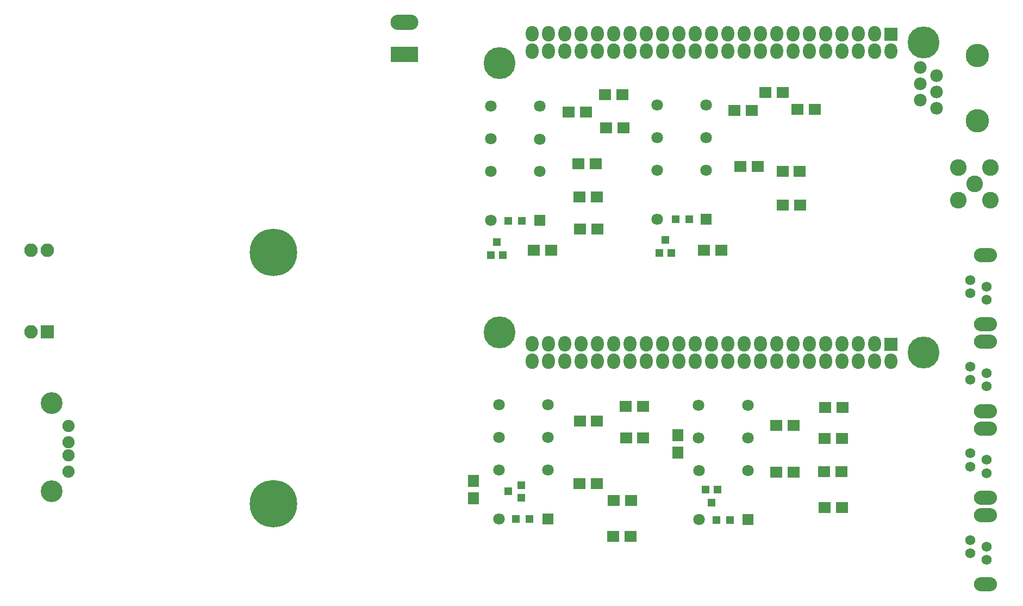
<source format=gbr>
G04 #@! TF.FileFunction,Soldermask,Bot*
%FSLAX46Y46*%
G04 Gerber Fmt 4.6, Leading zero omitted, Abs format (unit mm)*
G04 Created by KiCad (PCBNEW 4.0.4+e1-6308~48~ubuntu15.10.1-stable) date Thu Jul 12 11:54:00 2018*
%MOMM*%
%LPD*%
G01*
G04 APERTURE LIST*
%ADD10C,0.100000*%
%ADD11R,2.100000X2.100000*%
%ADD12O,2.100000X2.100000*%
%ADD13R,2.000000X2.000000*%
%ADD14O,2.000000X2.400000*%
%ADD15R,1.800000X1.800000*%
%ADD16C,1.800000*%
%ADD17C,4.972000*%
%ADD18R,4.360000X2.380000*%
%ADD19O,4.360000X2.380000*%
%ADD20C,1.900000*%
%ADD21C,3.400000*%
%ADD22R,1.300000X1.200000*%
%ADD23R,1.200000X1.300000*%
%ADD24C,7.400000*%
%ADD25C,3.650000*%
%ADD26C,1.990000*%
%ADD27C,2.600000*%
%ADD28R,1.900000X1.700000*%
%ADD29R,1.700000X1.900000*%
%ADD30C,1.560000*%
%ADD31O,3.600000X2.200000*%
G04 APERTURE END LIST*
D10*
D11*
X66040000Y-92583000D03*
D12*
X63500000Y-92583000D03*
X66040000Y-79883000D03*
X63500000Y-79883000D03*
D13*
X197457080Y-46253400D03*
D14*
X197457080Y-48893400D03*
X194917080Y-46153400D03*
X194917080Y-48893400D03*
X192377080Y-46153400D03*
X192377080Y-48893400D03*
X189837080Y-46153400D03*
X189837080Y-48893400D03*
X187297080Y-46153400D03*
X187297080Y-48893400D03*
X184757080Y-46153400D03*
X184757080Y-48893400D03*
X182217080Y-46153400D03*
X182217080Y-48893400D03*
X179677080Y-46153400D03*
X179677080Y-48893400D03*
X177137080Y-46153400D03*
X177137080Y-48893400D03*
X174597080Y-46153400D03*
X174597080Y-48893400D03*
X172057080Y-46153400D03*
X172057080Y-48893400D03*
X169517080Y-46153400D03*
X169517080Y-48893400D03*
X166977080Y-46153400D03*
X166977080Y-48893400D03*
X164437080Y-46153400D03*
X164437080Y-48893400D03*
X161897080Y-46153400D03*
X161897080Y-48893400D03*
X159357080Y-46153400D03*
X159357080Y-48893400D03*
X156817080Y-46153400D03*
X156817080Y-48893400D03*
X154277080Y-46153400D03*
X154277080Y-48893400D03*
X151737080Y-46153400D03*
X151737080Y-48893400D03*
X149197080Y-46153400D03*
X149197080Y-48893400D03*
X146657080Y-46153400D03*
X146657080Y-48893400D03*
X144117080Y-46153400D03*
X144117080Y-48893400D03*
X141577080Y-46153400D03*
X141577080Y-48893400D03*
D13*
X197457080Y-94513400D03*
D14*
X197457080Y-97153400D03*
X194917080Y-94413400D03*
X194917080Y-97153400D03*
X192377080Y-94413400D03*
X192377080Y-97153400D03*
X189837080Y-94413400D03*
X189837080Y-97153400D03*
X187297080Y-94413400D03*
X187297080Y-97153400D03*
X184757080Y-94413400D03*
X184757080Y-97153400D03*
X182217080Y-94413400D03*
X182217080Y-97153400D03*
X179677080Y-94413400D03*
X179677080Y-97153400D03*
X177137080Y-94413400D03*
X177137080Y-97153400D03*
X174597080Y-94413400D03*
X174597080Y-97153400D03*
X172057080Y-94413400D03*
X172057080Y-97153400D03*
X169517080Y-94413400D03*
X169517080Y-97153400D03*
X166977080Y-94413400D03*
X166977080Y-97153400D03*
X164437080Y-94413400D03*
X164437080Y-97153400D03*
X161897080Y-94413400D03*
X161897080Y-97153400D03*
X159357080Y-94413400D03*
X159357080Y-97153400D03*
X156817080Y-94413400D03*
X156817080Y-97153400D03*
X154277080Y-94413400D03*
X154277080Y-97153400D03*
X151737080Y-94413400D03*
X151737080Y-97153400D03*
X149197080Y-94413400D03*
X149197080Y-97153400D03*
X146657080Y-94413400D03*
X146657080Y-97153400D03*
X144117080Y-94413400D03*
X144117080Y-97153400D03*
X141577080Y-94413400D03*
X141577080Y-97153400D03*
D15*
X142699820Y-75233060D03*
D16*
X135079820Y-75233060D03*
X142699820Y-62543060D03*
X142699820Y-57453060D03*
X142699820Y-67613060D03*
X135069820Y-62523060D03*
X135069820Y-57443060D03*
X135079820Y-67613060D03*
D17*
X136497080Y-92608400D03*
X202537080Y-95783400D03*
X202537080Y-47523400D03*
X136497080Y-50698400D03*
D18*
X121615200Y-49339500D03*
D19*
X121615200Y-44339500D03*
D20*
X69352160Y-114275120D03*
X69352160Y-111735120D03*
X69352160Y-109705120D03*
X69352160Y-107165120D03*
D21*
X66682160Y-117325120D03*
X66682160Y-103605120D03*
D15*
X144033240Y-121679500D03*
D16*
X136413240Y-121679500D03*
X144033240Y-108989500D03*
X144033240Y-103899500D03*
X144033240Y-114059500D03*
X136403240Y-108969500D03*
X136403240Y-103889500D03*
X136413240Y-114059500D03*
D15*
X175120340Y-121791260D03*
D16*
X167500340Y-121791260D03*
X175120340Y-109101260D03*
X175120340Y-104011260D03*
X175120340Y-114171260D03*
X167490340Y-109081260D03*
X167490340Y-104001260D03*
X167500340Y-114171260D03*
D15*
X168656000Y-75057000D03*
D16*
X161036000Y-75057000D03*
X168656000Y-62367000D03*
X168656000Y-57277000D03*
X168656000Y-67437000D03*
X161026000Y-62347000D03*
X161026000Y-57267000D03*
X161036000Y-67437000D03*
D22*
X139828780Y-116438640D03*
X139828780Y-118338640D03*
X137828780Y-117388640D03*
D23*
X168525000Y-117150000D03*
X170425000Y-117150000D03*
X169475000Y-119150000D03*
X136982240Y-80623920D03*
X135082240Y-80623920D03*
X136032240Y-78623920D03*
X163212820Y-80240380D03*
X161312820Y-80240380D03*
X162262820Y-78240380D03*
D24*
X101242000Y-119335000D03*
X101242000Y-80235000D03*
D25*
X210926480Y-49529240D03*
D26*
X202036480Y-51439240D03*
X204576480Y-52709240D03*
X202036480Y-53979240D03*
X204576480Y-55249240D03*
X202036480Y-56519240D03*
X204576480Y-57789240D03*
D25*
X210926480Y-59689240D03*
D27*
X212949800Y-67025500D03*
X207949800Y-67025500D03*
X207949800Y-72025500D03*
X212949800Y-72025500D03*
X210449800Y-69525500D03*
D23*
X141118300Y-121719340D03*
X139018300Y-121719340D03*
X139947360Y-75303380D03*
X137847360Y-75303380D03*
X172322200Y-121859040D03*
X170222200Y-121859040D03*
X165997600Y-75039220D03*
X163897600Y-75039220D03*
D28*
X151625000Y-116150000D03*
X148925000Y-116150000D03*
X151443680Y-66385440D03*
X148743680Y-66385440D03*
X182276740Y-114388900D03*
X179576740Y-114388900D03*
X176645560Y-66832480D03*
X173945560Y-66832480D03*
X151654500Y-106474260D03*
X148954500Y-106474260D03*
X149940000Y-58369200D03*
X147240000Y-58369200D03*
X182236100Y-107119420D03*
X179536100Y-107119420D03*
X175751480Y-58059320D03*
X173051480Y-58059320D03*
X151611320Y-71526400D03*
X148911320Y-71526400D03*
X187018940Y-114294920D03*
X189718940Y-114294920D03*
X154275800Y-118772940D03*
X156975800Y-118772940D03*
X180539400Y-67589400D03*
X183239400Y-67589400D03*
X151667200Y-76555600D03*
X148967200Y-76555600D03*
X187128160Y-119936260D03*
X189828160Y-119936260D03*
X154191980Y-124360940D03*
X156891980Y-124360940D03*
X180615600Y-72847200D03*
X183315600Y-72847200D03*
X153025000Y-60800000D03*
X155725000Y-60800000D03*
X187166260Y-104353360D03*
X189866260Y-104353360D03*
X182875000Y-57950000D03*
X185575000Y-57950000D03*
X152875000Y-55675000D03*
X155575000Y-55675000D03*
X187090060Y-109153960D03*
X189790060Y-109153960D03*
X156150000Y-109100000D03*
X158850000Y-109100000D03*
X180600000Y-55325000D03*
X177900000Y-55325000D03*
D29*
X132379720Y-115774480D03*
X132379720Y-118474480D03*
X164203380Y-108649780D03*
X164203380Y-111349780D03*
D28*
X144486620Y-79880460D03*
X141786620Y-79880460D03*
X170971200Y-79832200D03*
X168271200Y-79832200D03*
X156079200Y-104175560D03*
X158779200Y-104175560D03*
D30*
X209786480Y-86510000D03*
X209786480Y-84470000D03*
X212336480Y-85490000D03*
X212336480Y-87530000D03*
D31*
X212136480Y-91380000D03*
X212136480Y-80620000D03*
D30*
X209786480Y-100010000D03*
X209786480Y-97970000D03*
X212336480Y-98990000D03*
X212336480Y-101030000D03*
D31*
X212136480Y-104880000D03*
X212136480Y-94120000D03*
D30*
X209786480Y-113510000D03*
X209786480Y-111470000D03*
X212336480Y-112490000D03*
X212336480Y-114530000D03*
D31*
X212136480Y-118380000D03*
X212136480Y-107620000D03*
D30*
X209786480Y-127010000D03*
X209786480Y-124970000D03*
X212336480Y-125990000D03*
X212336480Y-128030000D03*
D31*
X212136480Y-131880000D03*
X212136480Y-121120000D03*
M02*

</source>
